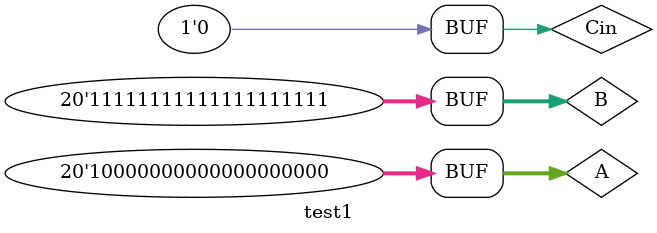
<source format=v>
`timescale 1ns / 1ps


module test1;

	// Inputs
	reg [19:0] A;
	reg [19:0] B;
	reg Cin;

	// Outputs
	wire [19:0] Sum;
	wire Carry;

	// Instantiate the Unit Under Test (UUT)
	Adder uut (
		.A(A), 
		.B(B), 
		.Cin(Cin), 
		.Sum(Sum), 
		.Carry(Carry)
	);

	initial begin
		// Initialize Inputs
		A = 0;
		B = 0;
		Cin = 0;

		// Wait 100 ns for global reset to finish
		#100;
        
		// Add stimulus here
		A[0] = 1;
		A[1] = 1;
		A[2] = 0;
		A[3] = 0;
		A[4] = 0;
		A[5] = 1;
		A[6] = 0;
		A[7] = 0;
		A[8] = 0;
		A[9] = 0;
		A[10] = 0;
		A[11] = 0;
		A[12] = 1;
		A[13] = 0;
		A[14] = 0;
		A[15] = 0;
		A[16] = 0;
		A[17] = 1;
		A[18] = 0;
		A[19] = 0;
		B[0] = 0;
		B[1] = 0;
		B[2] = 0;
		B[3] = 1;
		B[4] = 1;
		B[5] = 1;
		B[6] = 0;
		B[7] = 0;
		B[8] = 1;
		B[9] = 0;
		B[10] = 0;
		B[11] = 0;
		B[12] = 1;
		B[13] = 0;
		B[14] = 0;
		B[15] = 0;
		B[16] = 0;
		B[17] = 0;
		B[18] = 0;
		B[19] = 0;
		Cin=0;
		#100;
		A[0] = 1;
		A[1] = 1;
		A[2] = 1;
		A[3] = 0;
		A[4] = 0;
		A[5] = 1;
		A[6] = 0;
		A[7] = 0;
		A[8] = 0;
		A[9] = 0;
		A[10] = 1;
		A[11] = 1;
		A[12] = 1;
		A[13] = 0;
		A[14] = 0;
		A[15] = 0;
		A[16] = 0;
		A[17] = 0;
		A[18] = 0;
		A[19] = 0;
		B[0] = 1;
		B[1] = 1;
		B[2] = 0;
		B[3] = 0;
		B[4] = 0;
		B[5] = 0;
		B[6] = 1;
		B[7] = 0;
		B[8] = 0;
		B[9] = 0;
		B[10] = 0;
		B[11] = 0;
		B[12] = 0;
		B[13] = 0;
		B[14] = 0;
		B[15] = 0;
		B[16] = 0;
		B[17] = 0;
		B[18] = 0;
		B[19] = 0;
		Cin=1;
		#100;
		A[0] = 1;
		A[1] = 0;
		A[2] = 0;
		A[3] = 0;
		A[4] = 0;
		A[5] = 0;
		A[6] = 0;
		A[7] = 0;
		A[8] = 0;
		A[9] = 0;
		A[10] = 0;
		A[11] = 0;
		A[12] = 0;
		A[13] = 0;
		A[14] = 0;
		A[15] = 0;
		A[16] = 1;
		A[17] = 0;
		A[18] = 0;
		A[19] = 0;
		B[0] = 1;
		B[1] = 1;
		B[2] = 0;
		B[3] = 0;
		B[4] = 1;
		B[5] = 0;
		B[6] = 0;
		B[7] = 0;
		B[8] = 0;
		B[9] = 0;
		B[10] = 0;
		B[11] = 0;
		B[12] = 1;
		B[13] = 1;
		B[14] = 1;
		B[15] = 1;
		B[16] = 1;
		B[17] = 0;
		B[18] = 0;
		B[19] = 0;
		Cin=0;
		#100;
		A[0] = 1;
		A[1] = 1;
		A[2] = 1;
		A[3] = 0;
		A[4] = 0;
		A[5] = 1;
		A[6] = 0;
		A[7] = 0;
		A[8] = 0;
		A[9] = 0;
		A[10] = 1;
		A[11] = 1;
		A[12] = 1;
		A[13] = 0;
		A[14] = 0;
		A[15] = 0;
		A[16] = 0;
		A[17] = 0;
		A[18] = 0;
		A[19] = 0;
		B[0] = 1;
		B[1] = 1;
		B[2] = 0;
		B[3] = 0;
		B[4] = 0;
		B[5] = 0;
		B[6] = 1;
		B[7] = 0;
		B[8] = 0;
		B[9] = 0;
		B[10] = 0;
		B[11] = 0;
		B[12] = 0;
		B[13] = 1;
		B[14] = 0;
		B[15] = 0;
		B[16] = 0;
		B[17] = 0;
		B[18] = 1;
		B[19] = 0;
		Cin=1;
		#100;
		A[0] = 1;
		A[1] = 1;
		A[2] = 1;
		A[3] = 0;
		A[4] = 0;
		A[5] = 1;
		A[6] = 0;
		A[7] = 0;
		A[8] = 0;
		A[9] = 0;
		A[10] = 1;
		A[11] = 1;
		A[12] = 1;
		A[13] = 0;
		A[14] = 0;
		A[15] = 0;
		A[16] = 0;
		A[17] = 0;
		A[18] = 0;
		A[19] = 0;
		B[0] = 1;
		B[1] = 1;
		B[2] = 0;
		B[3] = 0;
		B[4] = 0;
		B[5] = 0;
		B[6] = 1;
		B[7] = 0;
		B[8] = 0;
		B[9] = 0;
		B[10] = 0;
		B[11] = 0;
		B[12] = 0;
		B[13] = 1;
		B[14] = 0;
		B[15] = 0;
		B[16] = 0;
		B[17] = 0;
		B[18] = 1;
		B[19] = 0;
		Cin=0;
		#100;
		A[0] = 0;
		A[1] = 0;
		A[2] = 0;
		A[3] = 0;
		A[4] = 0;
		A[5] = 0;
		A[6] = 0;
		A[7] = 0;
		A[8] = 0;
		A[9] = 0;
		A[10] = 0;
		A[11] = 0;
		A[12] = 0;
		A[13] = 0;
		A[14] = 0;
		A[15] = 0;
		A[16] = 0;
		A[17] = 0;
		A[18] = 0;
		A[19] = 1;
		B[0] = 1;
		B[1] = 1;
		B[2] = 1;
		B[3] = 1;
		B[4] = 1;
		B[5] = 1;
		B[6] = 1;
		B[7] = 1;
		B[8] = 1;
		B[9] = 1;
		B[10] = 1;
		B[11] = 1;
		B[12] = 1;
		B[13] = 1;
		B[14] = 1;
		B[15] = 1;
		B[16] = 1;
		B[17] = 1;
		B[18] = 1;
		B[19] = 1;
		Cin=0;

	end
      
endmodule


</source>
